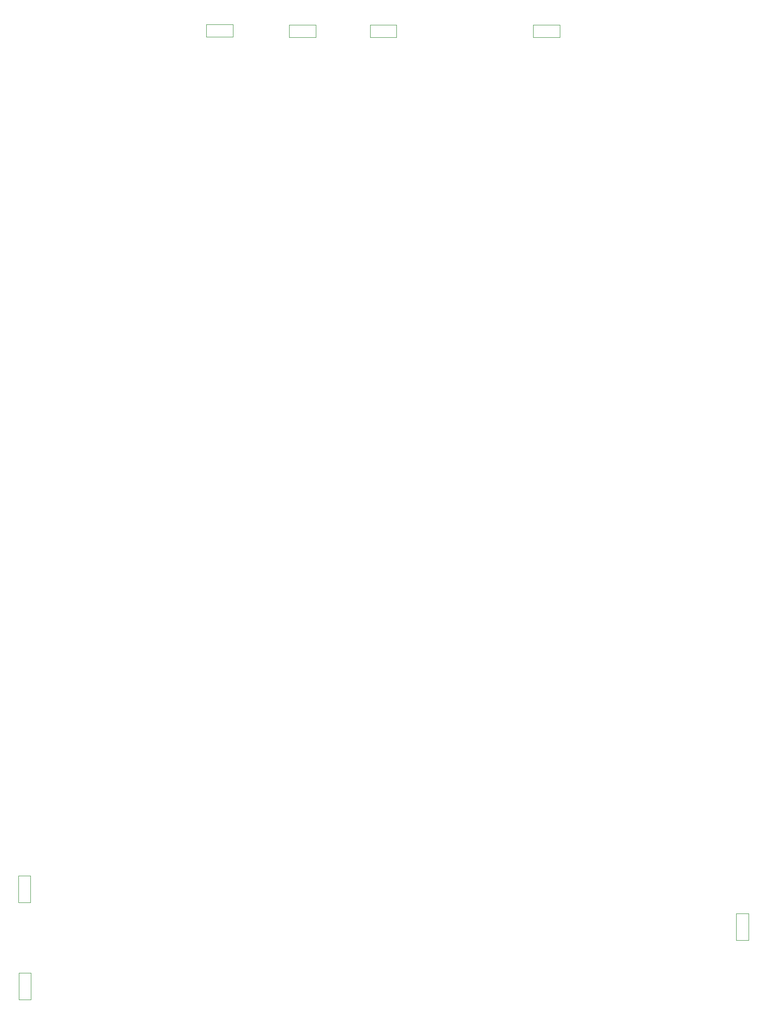
<source format=gbr>
%TF.GenerationSoftware,KiCad,Pcbnew,(5.1.9)-1*%
%TF.CreationDate,2021-06-21T17:11:14+02:00*%
%TF.ProjectId,opena3xx-mcdu,6f70656e-6133-4787-982d-6d6364752e6b,0.1*%
%TF.SameCoordinates,Original*%
%TF.FileFunction,Other,User*%
%FSLAX46Y46*%
G04 Gerber Fmt 4.6, Leading zero omitted, Abs format (unit mm)*
G04 Created by KiCad (PCBNEW (5.1.9)-1) date 2021-06-21 17:11:14*
%MOMM*%
%LPD*%
G01*
G04 APERTURE LIST*
%ADD10C,0.050000*%
G04 APERTURE END LIST*
D10*
%TO.C,D11*%
X40299000Y-202795000D02*
X40299000Y-207695000D01*
X38059000Y-202795000D02*
X40299000Y-202795000D01*
X38059000Y-207695000D02*
X38059000Y-202795000D01*
X40299000Y-207695000D02*
X38059000Y-207695000D01*
%TO.C,D10*%
X172265000Y-191911000D02*
X172265000Y-196811000D01*
X170025000Y-191911000D02*
X172265000Y-191911000D01*
X170025000Y-196811000D02*
X170025000Y-191911000D01*
X172265000Y-196811000D02*
X170025000Y-196811000D01*
%TO.C,D9*%
X40236000Y-184951000D02*
X40236000Y-189851000D01*
X37996000Y-184951000D02*
X40236000Y-184951000D01*
X37996000Y-189851000D02*
X37996000Y-184951000D01*
X40236000Y-189851000D02*
X37996000Y-189851000D01*
%TO.C,D8*%
X107543000Y-30723700D02*
X102643000Y-30723700D01*
X107543000Y-28483700D02*
X107543000Y-30723700D01*
X102643000Y-28483700D02*
X107543000Y-28483700D01*
X102643000Y-30723700D02*
X102643000Y-28483700D01*
%TO.C,D7*%
X92683000Y-30723700D02*
X87783000Y-30723700D01*
X92683000Y-28483700D02*
X92683000Y-30723700D01*
X87783000Y-28483700D02*
X92683000Y-28483700D01*
X87783000Y-30723700D02*
X87783000Y-28483700D01*
%TO.C,D6*%
X137578000Y-30723700D02*
X132678000Y-30723700D01*
X137578000Y-28483700D02*
X137578000Y-30723700D01*
X132678000Y-28483700D02*
X137578000Y-28483700D01*
X132678000Y-30723700D02*
X132678000Y-28483700D01*
%TO.C,D5*%
X77443000Y-30660200D02*
X72543000Y-30660200D01*
X77443000Y-28420200D02*
X77443000Y-30660200D01*
X72543000Y-28420200D02*
X77443000Y-28420200D01*
X72543000Y-30660200D02*
X72543000Y-28420200D01*
%TD*%
M02*

</source>
